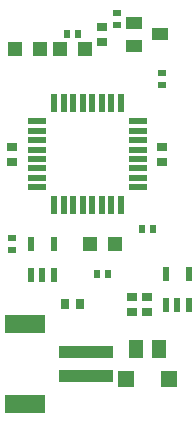
<source format=gbr>
G04 EAGLE Gerber RS-274X export*
G75*
%MOMM*%
%FSLAX34Y34*%
%LPD*%
%INSolderpaste Top*%
%IPPOS*%
%AMOC8*
5,1,8,0,0,1.08239X$1,22.5*%
G01*
%ADD10R,1.200000X1.200000*%
%ADD11R,1.500000X0.550000*%
%ADD12R,0.550000X1.500000*%
%ADD13R,0.600000X0.700000*%
%ADD14R,0.700000X0.600000*%
%ADD15R,0.900000X0.700000*%
%ADD16R,0.550000X1.200000*%
%ADD17R,1.400000X1.400000*%
%ADD18R,0.700000X0.900000*%
%ADD19R,1.300000X1.500000*%
%ADD20R,1.400000X1.000000*%
%ADD21R,4.600000X1.000000*%
%ADD22R,3.400000X1.600000*%


D10*
X-175600Y101600D03*
X-154600Y101600D03*
X-192700Y101600D03*
X-213700Y101600D03*
D11*
X-109400Y-15300D03*
X-109400Y-7300D03*
X-109400Y700D03*
X-109400Y8700D03*
X-109400Y16700D03*
X-109400Y24700D03*
X-109400Y32700D03*
X-109400Y40700D03*
D12*
X-124400Y55700D03*
X-132400Y55700D03*
X-140400Y55700D03*
X-148400Y55700D03*
X-156400Y55700D03*
X-164400Y55700D03*
X-172400Y55700D03*
X-180400Y55700D03*
D11*
X-195400Y40700D03*
X-195400Y32700D03*
X-195400Y24700D03*
X-195400Y16700D03*
X-195400Y8700D03*
X-195400Y700D03*
X-195400Y-7300D03*
X-195400Y-15300D03*
D12*
X-180400Y-30300D03*
X-172400Y-30300D03*
X-164400Y-30300D03*
X-156400Y-30300D03*
X-148400Y-30300D03*
X-140400Y-30300D03*
X-132400Y-30300D03*
X-124400Y-30300D03*
D13*
X-96600Y-50800D03*
X-106600Y-50800D03*
X-170100Y114300D03*
X-160100Y114300D03*
D14*
X-127000Y122000D03*
X-127000Y132000D03*
D15*
X-139700Y107800D03*
X-139700Y120800D03*
D16*
X-85700Y-114601D03*
X-76200Y-114601D03*
X-66700Y-114601D03*
X-66700Y-88599D03*
X-85700Y-88599D03*
D17*
X-120100Y-177800D03*
X-83100Y-177800D03*
D16*
X-200000Y-89201D03*
X-190500Y-89201D03*
X-181000Y-89201D03*
X-181000Y-63199D03*
X-200000Y-63199D03*
D10*
X-129200Y-63500D03*
X-150200Y-63500D03*
D15*
X-215900Y19200D03*
X-215900Y6200D03*
X-101600Y-107800D03*
X-101600Y-120800D03*
X-88900Y19200D03*
X-88900Y6200D03*
X-114300Y-107800D03*
X-114300Y-120800D03*
D13*
X-144700Y-88900D03*
X-134700Y-88900D03*
D14*
X-215900Y-68500D03*
X-215900Y-58500D03*
D18*
X-158600Y-114300D03*
X-171600Y-114300D03*
D19*
X-92100Y-152400D03*
X-111100Y-152400D03*
D20*
X-90600Y114300D03*
X-112600Y104800D03*
X-112600Y123800D03*
D21*
X-153500Y-175100D03*
X-153500Y-155100D03*
D22*
X-205500Y-199100D03*
X-205500Y-131100D03*
D14*
X-88900Y71200D03*
X-88900Y81200D03*
M02*

</source>
